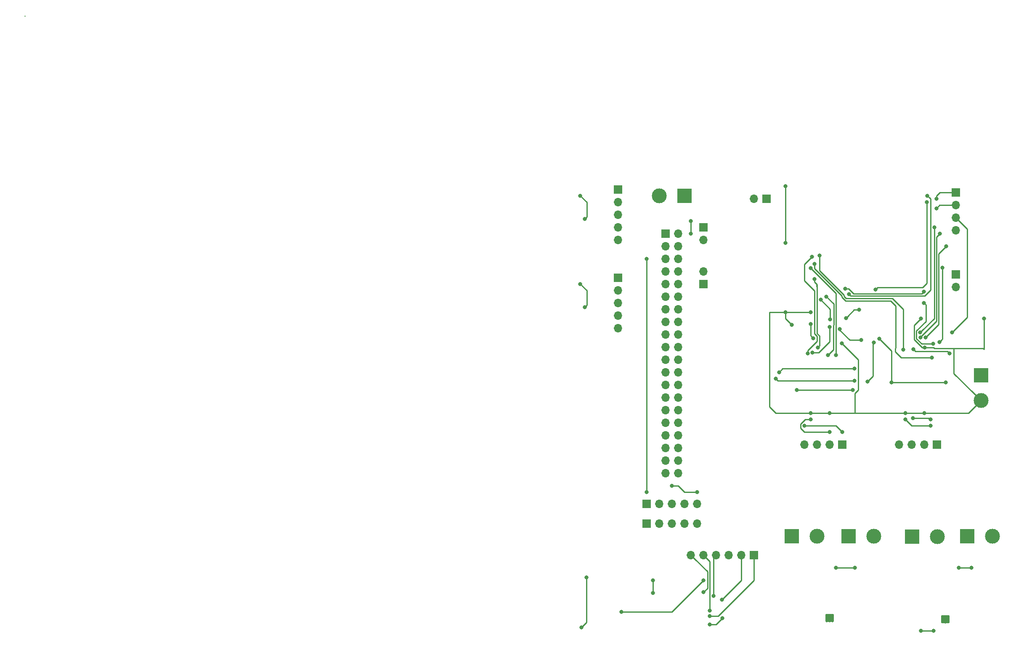
<source format=gbr>
G04 #@! TF.GenerationSoftware,KiCad,Pcbnew,(5.1.4-0-10_14)*
G04 #@! TF.CreationDate,2019-11-07T22:18:18+09:00*
G04 #@! TF.ProjectId,underwater,756e6465-7277-4617-9465-722e6b696361,rev?*
G04 #@! TF.SameCoordinates,Original*
G04 #@! TF.FileFunction,Copper,L2,Bot*
G04 #@! TF.FilePolarity,Positive*
%FSLAX46Y46*%
G04 Gerber Fmt 4.6, Leading zero omitted, Abs format (unit mm)*
G04 Created by KiCad (PCBNEW (5.1.4-0-10_14)) date 2019-11-07 22:18:18*
%MOMM*%
%LPD*%
G04 APERTURE LIST*
%ADD10R,1.700000X1.700000*%
%ADD11O,1.700000X1.700000*%
%ADD12C,0.500000*%
%ADD13C,0.100000*%
%ADD14C,1.680000*%
%ADD15C,3.000000*%
%ADD16R,3.000000X3.000000*%
%ADD17C,0.800000*%
%ADD18C,0.250000*%
G04 APERTURE END LIST*
D10*
X125095000Y-102235000D03*
D11*
X127635000Y-102235000D03*
X130175000Y-102235000D03*
X132715000Y-102235000D03*
X135255000Y-102235000D03*
X135255000Y-98299999D03*
X132715000Y-98299999D03*
X130175000Y-98299999D03*
X127635000Y-98299999D03*
D10*
X125095000Y-98299999D03*
X128905000Y-43815000D03*
D11*
X131445000Y-43815000D03*
X128905000Y-46355000D03*
X131445000Y-46355000D03*
X128905000Y-48895000D03*
X131445000Y-48895000D03*
X128905000Y-51435000D03*
X131445000Y-51435000D03*
X128905000Y-53975000D03*
X131445000Y-53975000D03*
X128905000Y-56515000D03*
X131445000Y-56515000D03*
X128905000Y-59055000D03*
X131445000Y-59055000D03*
X128905000Y-61595000D03*
X131445000Y-61595000D03*
X128905000Y-64135000D03*
X131445000Y-64135000D03*
X128905000Y-66675000D03*
X131445000Y-66675000D03*
X128905000Y-69215000D03*
X131445000Y-69215000D03*
X128905000Y-71755000D03*
X131445000Y-71755000D03*
X128905000Y-74295000D03*
X131445000Y-74295000D03*
X128905000Y-76835000D03*
X131445000Y-76835000D03*
X128905000Y-79375000D03*
X131445000Y-79375000D03*
X128905000Y-81915000D03*
X131445000Y-81915000D03*
X128905000Y-84455000D03*
X131445000Y-84455000D03*
X128905000Y-86995000D03*
X131445000Y-86995000D03*
X128905000Y-89535000D03*
X131445000Y-89535000D03*
X128905000Y-92075000D03*
X131445000Y-92075000D03*
D12*
X184637500Y-122125000D03*
X184637500Y-120945000D03*
X185817500Y-122125000D03*
X185817500Y-120945000D03*
D13*
G36*
X185842004Y-120696204D02*
G01*
X185866273Y-120699804D01*
X185890071Y-120705765D01*
X185913171Y-120714030D01*
X185935349Y-120724520D01*
X185956393Y-120737133D01*
X185976098Y-120751747D01*
X185994277Y-120768223D01*
X186010753Y-120786402D01*
X186025367Y-120806107D01*
X186037980Y-120827151D01*
X186048470Y-120849329D01*
X186056735Y-120872429D01*
X186062696Y-120896227D01*
X186066296Y-120920496D01*
X186067500Y-120945000D01*
X186067500Y-122125000D01*
X186066296Y-122149504D01*
X186062696Y-122173773D01*
X186056735Y-122197571D01*
X186048470Y-122220671D01*
X186037980Y-122242849D01*
X186025367Y-122263893D01*
X186010753Y-122283598D01*
X185994277Y-122301777D01*
X185976098Y-122318253D01*
X185956393Y-122332867D01*
X185935349Y-122345480D01*
X185913171Y-122355970D01*
X185890071Y-122364235D01*
X185866273Y-122370196D01*
X185842004Y-122373796D01*
X185817500Y-122375000D01*
X184637500Y-122375000D01*
X184612996Y-122373796D01*
X184588727Y-122370196D01*
X184564929Y-122364235D01*
X184541829Y-122355970D01*
X184519651Y-122345480D01*
X184498607Y-122332867D01*
X184478902Y-122318253D01*
X184460723Y-122301777D01*
X184444247Y-122283598D01*
X184429633Y-122263893D01*
X184417020Y-122242849D01*
X184406530Y-122220671D01*
X184398265Y-122197571D01*
X184392304Y-122173773D01*
X184388704Y-122149504D01*
X184387500Y-122125000D01*
X184387500Y-120945000D01*
X184388704Y-120920496D01*
X184392304Y-120896227D01*
X184398265Y-120872429D01*
X184406530Y-120849329D01*
X184417020Y-120827151D01*
X184429633Y-120806107D01*
X184444247Y-120786402D01*
X184460723Y-120768223D01*
X184478902Y-120751747D01*
X184498607Y-120737133D01*
X184519651Y-120724520D01*
X184541829Y-120714030D01*
X184564929Y-120705765D01*
X184588727Y-120699804D01*
X184612996Y-120696204D01*
X184637500Y-120695000D01*
X185817500Y-120695000D01*
X185842004Y-120696204D01*
X185842004Y-120696204D01*
G37*
D14*
X185227500Y-121535000D03*
D13*
G36*
X162539504Y-120446204D02*
G01*
X162563773Y-120449804D01*
X162587571Y-120455765D01*
X162610671Y-120464030D01*
X162632849Y-120474520D01*
X162653893Y-120487133D01*
X162673598Y-120501747D01*
X162691777Y-120518223D01*
X162708253Y-120536402D01*
X162722867Y-120556107D01*
X162735480Y-120577151D01*
X162745970Y-120599329D01*
X162754235Y-120622429D01*
X162760196Y-120646227D01*
X162763796Y-120670496D01*
X162765000Y-120695000D01*
X162765000Y-121875000D01*
X162763796Y-121899504D01*
X162760196Y-121923773D01*
X162754235Y-121947571D01*
X162745970Y-121970671D01*
X162735480Y-121992849D01*
X162722867Y-122013893D01*
X162708253Y-122033598D01*
X162691777Y-122051777D01*
X162673598Y-122068253D01*
X162653893Y-122082867D01*
X162632849Y-122095480D01*
X162610671Y-122105970D01*
X162587571Y-122114235D01*
X162563773Y-122120196D01*
X162539504Y-122123796D01*
X162515000Y-122125000D01*
X161335000Y-122125000D01*
X161310496Y-122123796D01*
X161286227Y-122120196D01*
X161262429Y-122114235D01*
X161239329Y-122105970D01*
X161217151Y-122095480D01*
X161196107Y-122082867D01*
X161176402Y-122068253D01*
X161158223Y-122051777D01*
X161141747Y-122033598D01*
X161127133Y-122013893D01*
X161114520Y-121992849D01*
X161104030Y-121970671D01*
X161095765Y-121947571D01*
X161089804Y-121923773D01*
X161086204Y-121899504D01*
X161085000Y-121875000D01*
X161085000Y-120695000D01*
X161086204Y-120670496D01*
X161089804Y-120646227D01*
X161095765Y-120622429D01*
X161104030Y-120599329D01*
X161114520Y-120577151D01*
X161127133Y-120556107D01*
X161141747Y-120536402D01*
X161158223Y-120518223D01*
X161176402Y-120501747D01*
X161196107Y-120487133D01*
X161217151Y-120474520D01*
X161239329Y-120464030D01*
X161262429Y-120455765D01*
X161286227Y-120449804D01*
X161310496Y-120446204D01*
X161335000Y-120445000D01*
X162515000Y-120445000D01*
X162539504Y-120446204D01*
X162539504Y-120446204D01*
G37*
D14*
X161925000Y-121285000D03*
D12*
X162515000Y-120695000D03*
X162515000Y-121875000D03*
X161335000Y-120695000D03*
X161335000Y-121875000D03*
D15*
X183642000Y-104902000D03*
D16*
X178562000Y-104902000D03*
X189611000Y-104775000D03*
D15*
X194691000Y-104775000D03*
D16*
X132715000Y-36195000D03*
D15*
X127635000Y-36195000D03*
D10*
X136525000Y-53975000D03*
D11*
X136525000Y-51435000D03*
X119380000Y-45085000D03*
X119380000Y-42545000D03*
X119380000Y-40005000D03*
X119380000Y-37465000D03*
D10*
X119380000Y-34925000D03*
X119380000Y-52705000D03*
D11*
X119380000Y-55245000D03*
X119380000Y-57785000D03*
X119380000Y-60325000D03*
X119380000Y-62865000D03*
D10*
X146685000Y-108585000D03*
D11*
X144145000Y-108585000D03*
X141605000Y-108585000D03*
X139065000Y-108585000D03*
X136525000Y-108585000D03*
X133985000Y-108585000D03*
D10*
X136525000Y-42545000D03*
D11*
X136525000Y-45085000D03*
X146685000Y-36830000D03*
D10*
X149225000Y-36830000D03*
D11*
X187325000Y-54610000D03*
D10*
X187325000Y-52070000D03*
X187325000Y-35560000D03*
D11*
X187325000Y-38100000D03*
X187325000Y-40640000D03*
X187325000Y-43180000D03*
D16*
X154305000Y-104775000D03*
D15*
X159385000Y-104775000D03*
X170815000Y-104775000D03*
D16*
X165735000Y-104775000D03*
D15*
X192405000Y-77470000D03*
D16*
X192405000Y-72390000D03*
D11*
X156845000Y-86360000D03*
X159385000Y-86360000D03*
X161925000Y-86360000D03*
D10*
X164465000Y-86360000D03*
X183515000Y-86360000D03*
D11*
X180975000Y-86360000D03*
X178435000Y-86360000D03*
X175895000Y-86360000D03*
D17*
X187880000Y-111125000D03*
X190500000Y-111125000D03*
X167005000Y-111125000D03*
X163195000Y-111125000D03*
X153035000Y-45720000D03*
X153035000Y-34290000D03*
X153035000Y-59690000D03*
X158115000Y-59690000D03*
X158115000Y-80010000D03*
X161925000Y-80010000D03*
X177165000Y-80010000D03*
X180975000Y-80010000D03*
X138520000Y-116840000D03*
X135255000Y-95885000D03*
X130175000Y-94615000D03*
X164399142Y-65974142D03*
X154305000Y-62230000D03*
X180340000Y-60960000D03*
X193040000Y-60960000D03*
X181102000Y-66802000D03*
X126365000Y-113665000D03*
X126365000Y-116205000D03*
X112660000Y-40905000D03*
X111760000Y-36195000D03*
X112660000Y-58685000D03*
X111760000Y-53975000D03*
X133985000Y-43815000D03*
X133985000Y-41275000D03*
X125095000Y-48895000D03*
X125095000Y-95885000D03*
X185293000Y-73787000D03*
X174371000Y-73787000D03*
X155321000Y-75311000D03*
X166624004Y-75311000D03*
X158105990Y-62093990D03*
X158623000Y-64897000D03*
X171958000Y-65024000D03*
X168275000Y-65278000D03*
X163920000Y-63087427D03*
X186563000Y-63754004D03*
X186055000Y-67945000D03*
X178805000Y-67097000D03*
X182880000Y-123825000D03*
X182880000Y-123825000D03*
X180340000Y-123825000D03*
X137795000Y-119765000D03*
X140244999Y-117565001D03*
X137795000Y-120878600D03*
X136525000Y-116115000D03*
X120015000Y-120015000D03*
X136525000Y-113665000D03*
X137795000Y-122555000D03*
X140335000Y-121285000D03*
X158115000Y-50800000D03*
X163195000Y-68326000D03*
X158840000Y-49989363D03*
X182470885Y-68802849D03*
X157506402Y-67961945D03*
X158368998Y-48514000D03*
X159893000Y-48260000D03*
X176784000Y-67183000D03*
X159516660Y-66806660D03*
X158876996Y-52959000D03*
X160110000Y-57150000D03*
X165050152Y-54920154D03*
X180862654Y-55559561D03*
X162052000Y-61087000D03*
X161290000Y-56515000D03*
X161601606Y-68282562D03*
X180885000Y-57785000D03*
X182762413Y-66076990D03*
X184658000Y-50673000D03*
X184009776Y-65698962D03*
X185420000Y-46355000D03*
X181251624Y-64764411D03*
X184150000Y-43815000D03*
X180252192Y-64798462D03*
X182970000Y-42545000D03*
X151765000Y-71755000D03*
X166945844Y-71033261D03*
X180136026Y-63755332D03*
X183425000Y-38735000D03*
X183425000Y-36830000D03*
X181520000Y-37465000D03*
X169545000Y-73660000D03*
X151130000Y-73025000D03*
X166949015Y-73446251D03*
X170815000Y-65786000D03*
X171196000Y-55118000D03*
X181610000Y-36195000D03*
X158496002Y-67818000D03*
X165825010Y-56082011D03*
X161925000Y-62611000D03*
X167894000Y-59182000D03*
X165227000Y-60833000D03*
X161925000Y-83820000D03*
X158115000Y-81280000D03*
X156845000Y-82550000D03*
X164465000Y-83820000D03*
X177165000Y-81280000D03*
X182245000Y-82550000D03*
X178730000Y-80985000D03*
X182245000Y-81280000D03*
X113011500Y-113138500D03*
X112014000Y-123190000D03*
D18*
X187880000Y-111125000D02*
X190500000Y-111125000D01*
X167005000Y-111125000D02*
X163195000Y-111125000D01*
X153035000Y-45720000D02*
X153035000Y-34290000D01*
X153035000Y-59690000D02*
X158115000Y-59690000D01*
X158115000Y-80010000D02*
X161925000Y-80010000D01*
X161925000Y-80010000D02*
X177165000Y-80010000D01*
X177165000Y-80010000D02*
X180975000Y-80010000D01*
X189865000Y-80010000D02*
X192405000Y-77470000D01*
X180975000Y-80010000D02*
X189865000Y-80010000D01*
X138520000Y-109130000D02*
X139065000Y-108585000D01*
X138520000Y-116840000D02*
X138520000Y-109130000D01*
X132715000Y-95885000D02*
X131445000Y-94615000D01*
X135255000Y-95885000D02*
X132715000Y-95885000D01*
X131445000Y-94615000D02*
X130175000Y-94615000D01*
X153035000Y-59690000D02*
X153035000Y-60960000D01*
X153035000Y-60960000D02*
X154305000Y-62230000D01*
X158115000Y-80010000D02*
X151130000Y-80010000D01*
X151130000Y-80010000D02*
X149860000Y-78740000D01*
X149860000Y-78740000D02*
X149860000Y-59690000D01*
X149860000Y-59690000D02*
X153035000Y-59690000D01*
X167674017Y-69249017D02*
X167674017Y-75333987D01*
X164399142Y-65974142D02*
X167674017Y-69249017D01*
X167674017Y-75333987D02*
X167005000Y-76003004D01*
X167005000Y-76003004D02*
X167005000Y-80010000D01*
X190905001Y-75970001D02*
X192405000Y-77470000D01*
X193040000Y-67130000D02*
X193040000Y-60960000D01*
X192839000Y-66929000D02*
X193040000Y-67130000D01*
X183007000Y-66929000D02*
X183769000Y-66929000D01*
X186944000Y-67056000D02*
X187071000Y-66929000D01*
X186944000Y-72009000D02*
X186944000Y-67056000D01*
X187071000Y-66929000D02*
X192839000Y-66929000D01*
X186944000Y-72009000D02*
X190905001Y-75970001D01*
X183769000Y-66929000D02*
X187071000Y-66929000D01*
X180340000Y-60960000D02*
X178961014Y-62338986D01*
X178961014Y-65226699D02*
X180536315Y-66802000D01*
X182843000Y-66802000D02*
X183007000Y-66966000D01*
X178961014Y-62338986D02*
X178961014Y-65226699D01*
X181102000Y-66802000D02*
X182843000Y-66802000D01*
X180536315Y-66802000D02*
X181102000Y-66802000D01*
X126365000Y-113665000D02*
X126365000Y-116205000D01*
X113059999Y-40505001D02*
X113059999Y-37494999D01*
X112660000Y-40905000D02*
X113059999Y-40505001D01*
X113059999Y-37494999D02*
X111760000Y-36195000D01*
X112660000Y-58685000D02*
X113059999Y-58285001D01*
X113059999Y-58285001D02*
X113059999Y-55274999D01*
X113059999Y-55274999D02*
X111760000Y-53975000D01*
X133985000Y-43815000D02*
X133985000Y-41275000D01*
X125095000Y-48895000D02*
X125095000Y-95885000D01*
X185293000Y-73787000D02*
X174371000Y-73787000D01*
X155321000Y-75311000D02*
X166624004Y-75311000D01*
X158105990Y-62093990D02*
X158105990Y-64379990D01*
X158105990Y-64379990D02*
X158223001Y-64497001D01*
X158223001Y-64497001D02*
X158623000Y-64897000D01*
X174371000Y-73787000D02*
X174371000Y-67437000D01*
X172357999Y-65423999D02*
X171958000Y-65024000D01*
X174371000Y-67437000D02*
X172357999Y-65423999D01*
X168275000Y-65278000D02*
X165989000Y-65278000D01*
X165989000Y-65278000D02*
X163830000Y-63119000D01*
X163888427Y-63119000D02*
X163920000Y-63087427D01*
X163830000Y-63119000D02*
X163888427Y-63119000D01*
X186962999Y-63354005D02*
X186563000Y-63754004D01*
X189611000Y-60706004D02*
X186962999Y-63354005D01*
X189611000Y-42926000D02*
X189611000Y-60706004D01*
X187325000Y-40640000D02*
X189611000Y-42926000D01*
X178805000Y-67097000D02*
X179235001Y-67527001D01*
X179235001Y-67527001D02*
X185637001Y-67527001D01*
X185637001Y-67527001D02*
X186055000Y-67945000D01*
X182880000Y-123825000D02*
X180340000Y-123825000D01*
X137795000Y-109855000D02*
X136525000Y-108585000D01*
X137795000Y-119765000D02*
X137795000Y-109855000D01*
X140244999Y-117565001D02*
X144145000Y-113665000D01*
X144145000Y-113665000D02*
X144145000Y-108585000D01*
X137795000Y-120878600D02*
X139471400Y-120878600D01*
X146685000Y-113665000D02*
X146685000Y-108585000D01*
X139471400Y-120878600D02*
X146685000Y-113665000D01*
X134834999Y-109434999D02*
X133985000Y-108585000D01*
X137344990Y-111944990D02*
X134834999Y-109434999D01*
X137344990Y-115295010D02*
X137344990Y-111944990D01*
X136525000Y-116115000D02*
X137344990Y-115295010D01*
X120015000Y-120015000D02*
X130175000Y-120015000D01*
X130175000Y-120015000D02*
X136525000Y-113665000D01*
X137795000Y-122555000D02*
X139065000Y-122555000D01*
X139065000Y-122555000D02*
X140335000Y-121285000D01*
X163227013Y-55912013D02*
X163227013Y-62383402D01*
X158115000Y-50800000D02*
X163227013Y-55912013D01*
X163195000Y-62415415D02*
X163195000Y-67760315D01*
X163227013Y-62383402D02*
X163195000Y-62415415D01*
X163195000Y-67760315D02*
X163195000Y-68326000D01*
X164371678Y-56616413D02*
X165124266Y-57369001D01*
X176314847Y-68802849D02*
X181905200Y-68802849D01*
X175260000Y-66871998D02*
X175169999Y-66961999D01*
X175169999Y-66961999D02*
X175169999Y-67658001D01*
X158840000Y-50888590D02*
X164371678Y-56420268D01*
X175260000Y-58420000D02*
X175260000Y-66871998D01*
X174209001Y-57369001D02*
X175260000Y-58420000D01*
X164371678Y-56420268D02*
X164371678Y-56616413D01*
X181905200Y-68802849D02*
X182470885Y-68802849D01*
X158840000Y-49989363D02*
X158840000Y-50888590D01*
X175169999Y-67658001D02*
X176314847Y-68802849D01*
X165124266Y-57369001D02*
X174209001Y-57369001D01*
X157506402Y-67961945D02*
X157506402Y-67352913D01*
X158840001Y-64040997D02*
X158840001Y-55335001D01*
X156845000Y-50037998D02*
X157968999Y-48913999D01*
X157506402Y-67352913D02*
X159348002Y-65511313D01*
X158840001Y-55335001D02*
X156845000Y-53340000D01*
X159348002Y-64548998D02*
X158840001Y-64040997D01*
X157968999Y-48913999D02*
X158368998Y-48514000D01*
X156845000Y-53340000D02*
X156845000Y-50037998D01*
X159348002Y-65511313D02*
X159348002Y-64548998D01*
X176784000Y-59114823D02*
X174539200Y-56870023D01*
X165261699Y-56870023D02*
X164821689Y-56430013D01*
X164821689Y-56206011D02*
X159893000Y-51277322D01*
X159893000Y-51277322D02*
X159893000Y-48825685D01*
X174539200Y-56870023D02*
X165261699Y-56870023D01*
X159893000Y-48825685D02*
X159893000Y-48260000D01*
X176784000Y-67183000D02*
X176784000Y-59114823D01*
X164821689Y-56430013D02*
X164821689Y-56206011D01*
X159916659Y-66406661D02*
X159916659Y-64481244D01*
X158895999Y-53612999D02*
X158876996Y-53593996D01*
X159290010Y-54007010D02*
X158895999Y-53612999D01*
X159290010Y-54515010D02*
X159290010Y-54007010D01*
X159516660Y-66806660D02*
X159916659Y-66406661D01*
X159385000Y-63949585D02*
X159385000Y-54102000D01*
X159916659Y-64481244D02*
X159385000Y-63949585D01*
X159385000Y-54102000D02*
X158895999Y-53612999D01*
X158876996Y-53524685D02*
X158876996Y-52959000D01*
X158876996Y-53593996D02*
X158876996Y-53524685D01*
X162052000Y-59092000D02*
X162052000Y-60521315D01*
X160110000Y-57150000D02*
X162052000Y-59092000D01*
X162052000Y-60521315D02*
X162052000Y-61087000D01*
X166786002Y-55970001D02*
X180452214Y-55970001D01*
X165050152Y-54920154D02*
X165736155Y-54920154D01*
X165736155Y-54920154D02*
X166786002Y-55970001D01*
X180452214Y-55970001D02*
X180462655Y-55959560D01*
X180462655Y-55959560D02*
X180862654Y-55559561D01*
X162777002Y-58002002D02*
X162777002Y-62197002D01*
X162650001Y-62324003D02*
X162650001Y-67234167D01*
X162650001Y-67234167D02*
X162001605Y-67882563D01*
X162001605Y-67882563D02*
X161601606Y-68282562D01*
X162777002Y-62197002D02*
X162650001Y-62324003D01*
X161290000Y-56515000D02*
X162777002Y-58002002D01*
X180885000Y-57785000D02*
X181284999Y-58184999D01*
X181284999Y-58184999D02*
X181284999Y-61533357D01*
X182196728Y-66076990D02*
X182762413Y-66076990D01*
X179411025Y-63407331D02*
X179411025Y-64982615D01*
X180505400Y-66076990D02*
X182196728Y-66076990D01*
X179411025Y-64982615D02*
X180505400Y-66076990D01*
X181284999Y-61533357D02*
X179411025Y-63407331D01*
X184658000Y-65050738D02*
X184409775Y-65298963D01*
X184658000Y-50673000D02*
X184658000Y-65050738D01*
X184409775Y-65298963D02*
X184009776Y-65698962D01*
X185420000Y-46355000D02*
X183870022Y-47904978D01*
X181651623Y-64364412D02*
X181251624Y-64764411D01*
X183870022Y-62146013D02*
X181651623Y-64364412D01*
X183870022Y-47904978D02*
X183870022Y-62146013D01*
X184150000Y-43815000D02*
X183420011Y-44544989D01*
X183420011Y-61496667D02*
X180252192Y-64664486D01*
X180252192Y-64664486D02*
X180252192Y-64798462D01*
X183420011Y-44544989D02*
X183420011Y-61496667D01*
X166380159Y-71033261D02*
X166945844Y-71033261D01*
X152486739Y-71033261D02*
X166380159Y-71033261D01*
X151765000Y-71755000D02*
X152486739Y-71033261D01*
X180536025Y-63355333D02*
X180136026Y-63755332D01*
X182970000Y-60921358D02*
X180536025Y-63355333D01*
X182970000Y-42545000D02*
X182970000Y-60921358D01*
X183425000Y-38735000D02*
X184060000Y-38100000D01*
X184060000Y-38100000D02*
X187325000Y-38100000D01*
X183425000Y-36264315D02*
X184129315Y-35560000D01*
X183425000Y-36830000D02*
X183425000Y-36264315D01*
X184129315Y-35560000D02*
X187325000Y-35560000D01*
X151551251Y-73446251D02*
X166383330Y-73446251D01*
X151130000Y-73025000D02*
X151551251Y-73446251D01*
X166383330Y-73446251D02*
X166949015Y-73446251D01*
X170688000Y-65913000D02*
X170815000Y-65786000D01*
X170688000Y-72517000D02*
X170688000Y-65913000D01*
X169545000Y-73660000D02*
X170688000Y-72517000D01*
X171595999Y-54718001D02*
X171196000Y-55118000D01*
X180612999Y-54718001D02*
X171595999Y-54718001D01*
X181520000Y-53811000D02*
X180612999Y-54718001D01*
X181520000Y-37465000D02*
X181520000Y-53811000D01*
X182009999Y-36594999D02*
X181610000Y-36195000D01*
X182245001Y-36830001D02*
X182009999Y-36594999D01*
X181610000Y-36195000D02*
X182245001Y-36830001D01*
X182245001Y-36830001D02*
X182245001Y-37813001D01*
X0Y0D02*
X0Y2820D01*
X161925000Y-63176685D02*
X161925000Y-62611000D01*
X158496002Y-67818000D02*
X159753510Y-67818000D01*
X159753510Y-67818000D02*
X161925000Y-65646510D01*
X161925000Y-65646510D02*
X161925000Y-63176685D01*
X182244999Y-55239357D02*
X181064344Y-56420012D01*
X182244999Y-42196999D02*
X182244999Y-55239357D01*
X182245001Y-42196997D02*
X182244999Y-42196999D01*
X182245001Y-36830001D02*
X182245001Y-42196997D01*
X181064344Y-56420012D02*
X166163011Y-56420012D01*
X166163011Y-56420012D02*
X165825010Y-56082011D01*
X167894000Y-59182000D02*
X166878000Y-59182000D01*
X166878000Y-59182000D02*
X165626999Y-60433001D01*
X165626999Y-60433001D02*
X165227000Y-60833000D01*
X161925000Y-83820000D02*
X157041998Y-83820000D01*
X157041998Y-83820000D02*
X156845000Y-83820000D01*
X156119999Y-82201999D02*
X157041998Y-81280000D01*
X156119999Y-83094999D02*
X156119999Y-82201999D01*
X156845000Y-83820000D02*
X156119999Y-83094999D01*
X157041998Y-81280000D02*
X158115000Y-81280000D01*
X156845000Y-82550000D02*
X163195000Y-82550000D01*
X163195000Y-82550000D02*
X164465000Y-83820000D01*
X177165000Y-81280000D02*
X178435000Y-82550000D01*
X178435000Y-82550000D02*
X182245000Y-82550000D01*
X178730000Y-80985000D02*
X181950000Y-80985000D01*
X181950000Y-80985000D02*
X182245000Y-81280000D01*
X113011500Y-113138500D02*
X113011500Y-122192500D01*
X113011500Y-122192500D02*
X112014000Y-123190000D01*
M02*

</source>
